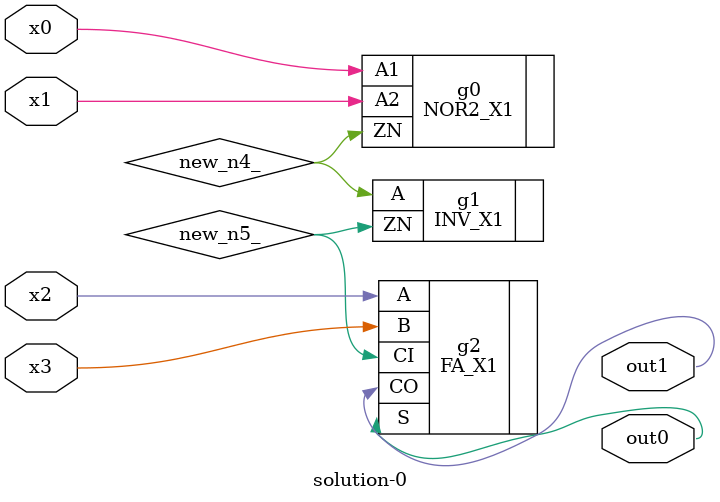
<source format=v>
module \solution-0 (
  x0, x1, x2, x3,
  out0, out1 );
  input x0, x1, x2, x3;
  output out0, out1;
  wire new_n4_, new_n5_;
  NOR2_X1  g0(.A1(x0), .A2(x1), .ZN(new_n4_));
  INV_X1  g1(.A(new_n4_), .ZN(new_n5_));
  FA_X1  g2(.A(x2), .B(x3), .CI(new_n5_), .CO(out1), .S(out0));
endmodule

</source>
